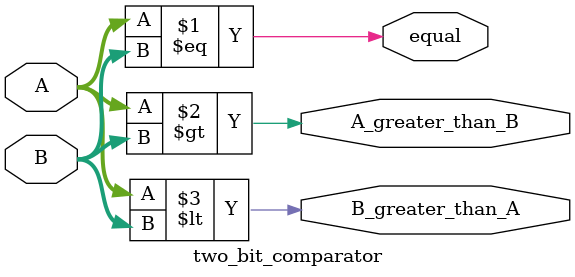
<source format=v>
module four_bit_comparator(
    input [3:0] A,
    input [3:0] B,
    output equal,
    output A_greater_than_B,
    output B_greater_than_A
);


// Define signals for the two pairs of 2-bit inputs
wire [1:0] A_upper, A_lower, B_upper, B_lower;
assign A_upper = A[3:2];
assign A_lower = A[1:0];
assign B_upper = B[3:2];
assign B_lower = B[1:0];

// Instantiate two-bit comparator modules for upper and lower bits
two_bit_comparator comparator_upper(
    .A(A_upper),
    .B(B_upper),
    .equal(equal_upper),
    .A_greater_than_B(A_greater_than_B_upper),
    .B_greater_than_A(B_greater_than_A_upper)
);
two_bit_comparator comparator_lower(
    .A(A_lower),
    .B(B_lower),
    .equal(equal_lower),
    .A_greater_than_B(A_greater_than_B_lower),
    .B_greater_than_A(B_greater_than_A_lower)
);

// Combine results from the two-bit comparators to get 4-bit comparison results
assign equal = (equal_upper & equal_lower);
assign A_greater_than_B = (A_greater_than_B_upper | (equal_upper & A_greater_than_B_lower));
assign B_greater_than_A = (B_greater_than_A_upper | (equal_upper & B_greater_than_A_lower));

endmodule

// Define a two-bit comparator module
module two_bit_comparator(
    input [1:0] A,
    input [1:0] B,
    output equal,
    output A_greater_than_B,
    output B_greater_than_A
);

assign equal = (A == B);
assign A_greater_than_B = (A > B);
assign B_greater_than_A = (A < B);

endmodule

</source>
